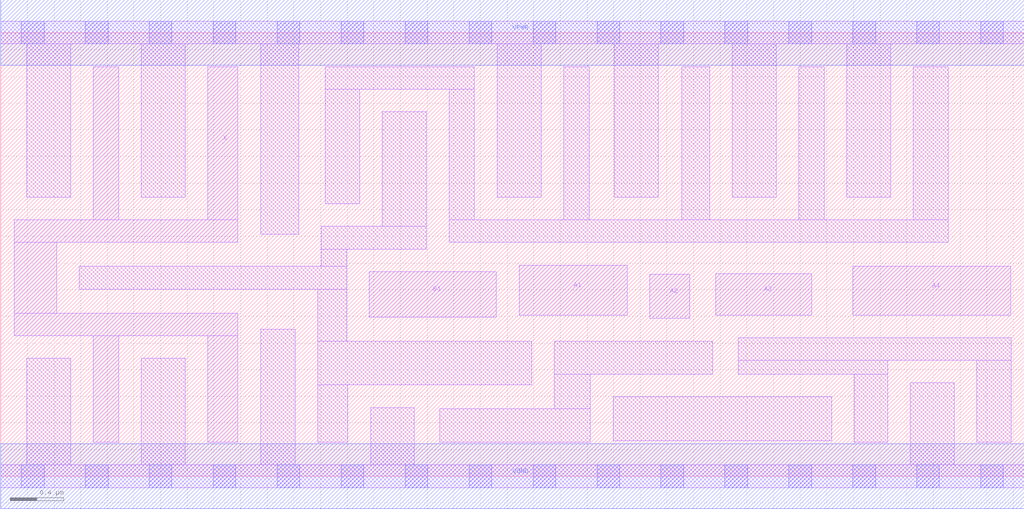
<source format=lef>
# Copyright 2020 The SkyWater PDK Authors
#
# Licensed under the Apache License, Version 2.0 (the "License");
# you may not use this file except in compliance with the License.
# You may obtain a copy of the License at
#
#     https://www.apache.org/licenses/LICENSE-2.0
#
# Unless required by applicable law or agreed to in writing, software
# distributed under the License is distributed on an "AS IS" BASIS,
# WITHOUT WARRANTIES OR CONDITIONS OF ANY KIND, either express or implied.
# See the License for the specific language governing permissions and
# limitations under the License.
#
# SPDX-License-Identifier: Apache-2.0

VERSION 5.7 ;
  NOWIREEXTENSIONATPIN ON ;
  DIVIDERCHAR "/" ;
  BUSBITCHARS "[]" ;
UNITS
  DATABASE MICRONS 200 ;
END UNITS
MACRO sky130_fd_sc_lp__a41o_4
  CLASS CORE ;
  FOREIGN sky130_fd_sc_lp__a41o_4 ;
  ORIGIN  0.000000  0.000000 ;
  SIZE  7.680000 BY  3.330000 ;
  SYMMETRY X Y R90 ;
  SITE unit ;
  PIN A1
    ANTENNAGATEAREA  0.630000 ;
    DIRECTION INPUT ;
    USE SIGNAL ;
    PORT
      LAYER li1 ;
        RECT 3.890000 1.210000 4.700000 1.585000 ;
    END
  END A1
  PIN A2
    ANTENNAGATEAREA  0.630000 ;
    DIRECTION INPUT ;
    USE SIGNAL ;
    PORT
      LAYER li1 ;
        RECT 4.870000 1.185000 5.170000 1.515000 ;
    END
  END A2
  PIN A3
    ANTENNAGATEAREA  0.630000 ;
    DIRECTION INPUT ;
    USE SIGNAL ;
    PORT
      LAYER li1 ;
        RECT 5.365000 1.210000 6.085000 1.520000 ;
    END
  END A3
  PIN A4
    ANTENNAGATEAREA  0.630000 ;
    DIRECTION INPUT ;
    USE SIGNAL ;
    PORT
      LAYER li1 ;
        RECT 6.395000 1.210000 7.580000 1.575000 ;
    END
  END A4
  PIN B1
    ANTENNAGATEAREA  0.630000 ;
    DIRECTION INPUT ;
    USE SIGNAL ;
    PORT
      LAYER li1 ;
        RECT 2.765000 1.195000 3.720000 1.535000 ;
    END
  END B1
  PIN X
    ANTENNADIFFAREA  1.176000 ;
    DIRECTION OUTPUT ;
    USE SIGNAL ;
    PORT
      LAYER li1 ;
        RECT 0.100000 1.055000 1.780000 1.225000 ;
        RECT 0.100000 1.225000 0.420000 1.755000 ;
        RECT 0.100000 1.755000 1.780000 1.925000 ;
        RECT 0.695000 0.255000 0.885000 1.055000 ;
        RECT 0.695000 1.925000 0.885000 3.075000 ;
        RECT 1.555000 0.255000 1.780000 1.055000 ;
        RECT 1.555000 1.925000 1.780000 3.075000 ;
    END
  END X
  PIN VGND
    DIRECTION INOUT ;
    USE GROUND ;
    PORT
      LAYER met1 ;
        RECT 0.000000 -0.245000 7.680000 0.245000 ;
    END
  END VGND
  PIN VPWR
    DIRECTION INOUT ;
    USE POWER ;
    PORT
      LAYER met1 ;
        RECT 0.000000 3.085000 7.680000 3.575000 ;
    END
  END VPWR
  OBS
    LAYER li1 ;
      RECT 0.000000 -0.085000 7.680000 0.085000 ;
      RECT 0.000000  3.245000 7.680000 3.415000 ;
      RECT 0.195000  0.085000 0.525000 0.885000 ;
      RECT 0.195000  2.095000 0.525000 3.245000 ;
      RECT 0.590000  1.405000 2.595000 1.575000 ;
      RECT 1.055000  0.085000 1.385000 0.885000 ;
      RECT 1.055000  2.095000 1.385000 3.245000 ;
      RECT 1.950000  0.085000 2.210000 1.105000 ;
      RECT 1.950000  1.815000 2.235000 3.245000 ;
      RECT 2.380000  0.255000 2.605000 0.685000 ;
      RECT 2.380000  0.685000 3.985000 1.015000 ;
      RECT 2.380000  1.015000 2.595000 1.405000 ;
      RECT 2.405000  1.575000 2.595000 1.705000 ;
      RECT 2.405000  1.705000 3.195000 1.875000 ;
      RECT 2.435000  2.045000 2.695000 2.905000 ;
      RECT 2.435000  2.905000 3.555000 3.075000 ;
      RECT 2.775000  0.085000 3.105000 0.515000 ;
      RECT 2.865000  1.875000 3.195000 2.735000 ;
      RECT 3.295000  0.255000 4.425000 0.505000 ;
      RECT 3.365000  1.755000 7.110000 1.925000 ;
      RECT 3.365000  1.925000 3.555000 2.905000 ;
      RECT 3.725000  2.095000 4.055000 3.245000 ;
      RECT 4.155000  0.505000 4.425000 0.765000 ;
      RECT 4.155000  0.765000 5.345000 1.015000 ;
      RECT 4.225000  1.925000 4.415000 3.075000 ;
      RECT 4.595000  0.265000 6.235000 0.595000 ;
      RECT 4.605000  2.095000 4.935000 3.245000 ;
      RECT 5.110000  1.925000 5.320000 3.075000 ;
      RECT 5.490000  2.095000 5.820000 3.245000 ;
      RECT 5.535000  0.765000 6.655000 0.870000 ;
      RECT 5.535000  0.870000 7.585000 1.040000 ;
      RECT 5.990000  1.925000 6.180000 3.075000 ;
      RECT 6.350000  2.095000 6.680000 3.245000 ;
      RECT 6.405000  0.255000 6.655000 0.765000 ;
      RECT 6.825000  0.085000 7.155000 0.700000 ;
      RECT 6.850000  1.925000 7.110000 3.075000 ;
      RECT 7.325000  0.255000 7.585000 0.870000 ;
    LAYER mcon ;
      RECT 0.155000 -0.085000 0.325000 0.085000 ;
      RECT 0.155000  3.245000 0.325000 3.415000 ;
      RECT 0.635000 -0.085000 0.805000 0.085000 ;
      RECT 0.635000  3.245000 0.805000 3.415000 ;
      RECT 1.115000 -0.085000 1.285000 0.085000 ;
      RECT 1.115000  3.245000 1.285000 3.415000 ;
      RECT 1.595000 -0.085000 1.765000 0.085000 ;
      RECT 1.595000  3.245000 1.765000 3.415000 ;
      RECT 2.075000 -0.085000 2.245000 0.085000 ;
      RECT 2.075000  3.245000 2.245000 3.415000 ;
      RECT 2.555000 -0.085000 2.725000 0.085000 ;
      RECT 2.555000  3.245000 2.725000 3.415000 ;
      RECT 3.035000 -0.085000 3.205000 0.085000 ;
      RECT 3.035000  3.245000 3.205000 3.415000 ;
      RECT 3.515000 -0.085000 3.685000 0.085000 ;
      RECT 3.515000  3.245000 3.685000 3.415000 ;
      RECT 3.995000 -0.085000 4.165000 0.085000 ;
      RECT 3.995000  3.245000 4.165000 3.415000 ;
      RECT 4.475000 -0.085000 4.645000 0.085000 ;
      RECT 4.475000  3.245000 4.645000 3.415000 ;
      RECT 4.955000 -0.085000 5.125000 0.085000 ;
      RECT 4.955000  3.245000 5.125000 3.415000 ;
      RECT 5.435000 -0.085000 5.605000 0.085000 ;
      RECT 5.435000  3.245000 5.605000 3.415000 ;
      RECT 5.915000 -0.085000 6.085000 0.085000 ;
      RECT 5.915000  3.245000 6.085000 3.415000 ;
      RECT 6.395000 -0.085000 6.565000 0.085000 ;
      RECT 6.395000  3.245000 6.565000 3.415000 ;
      RECT 6.875000 -0.085000 7.045000 0.085000 ;
      RECT 6.875000  3.245000 7.045000 3.415000 ;
      RECT 7.355000 -0.085000 7.525000 0.085000 ;
      RECT 7.355000  3.245000 7.525000 3.415000 ;
  END
END sky130_fd_sc_lp__a41o_4
END LIBRARY

</source>
